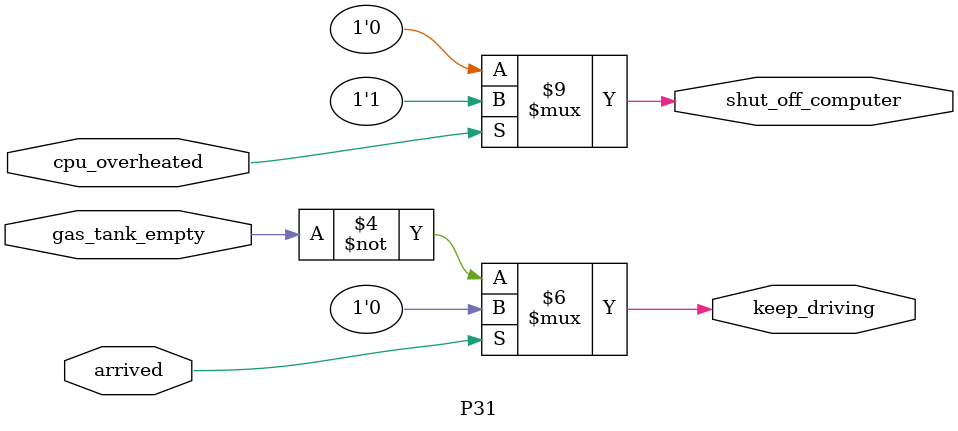
<source format=v>
module P31 (
    input      cpu_overheated,
    output reg shut_off_computer,
    input      arrived,
    input      gas_tank_empty,
    output reg keep_driving
);
  // Edit the code below
  always @(*) begin
    if (cpu_overheated) shut_off_computer = 1;
    else shut_off_computer = 0;
  end

  always @(*) begin
    if (~arrived) keep_driving = ~gas_tank_empty;
    else keep_driving = 0;
  end

endmodule

</source>
